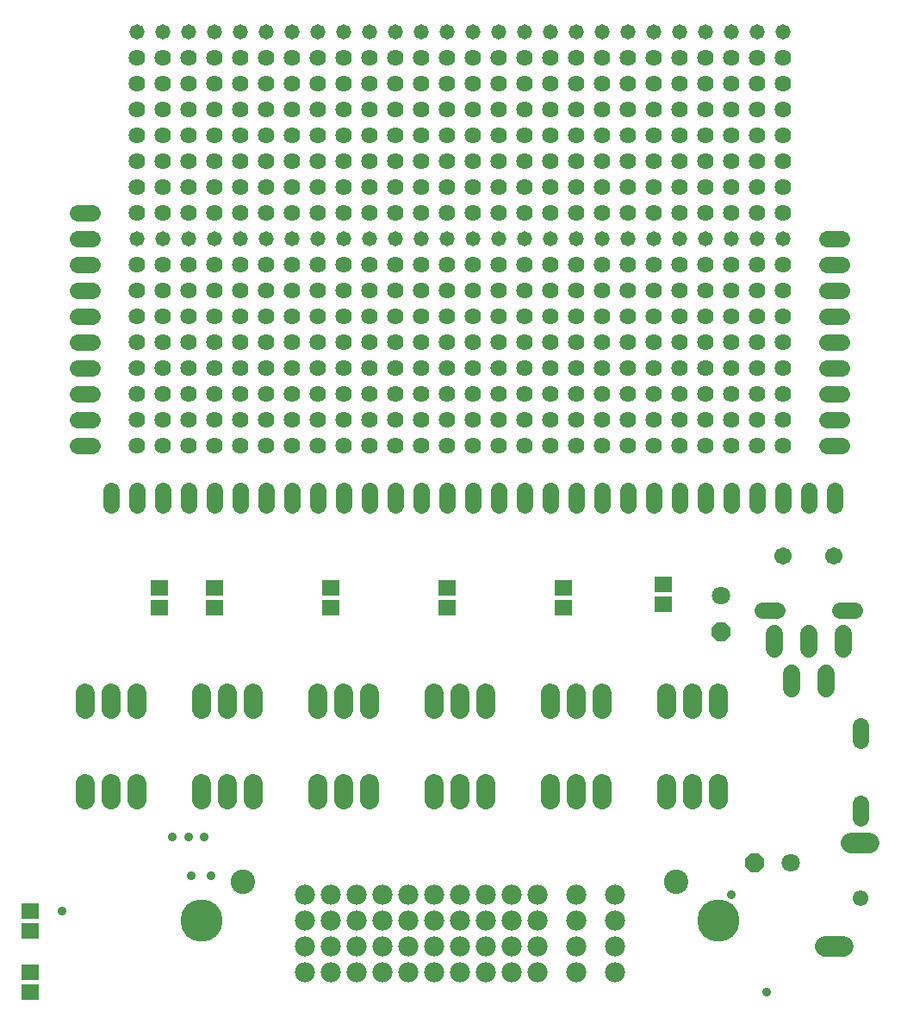
<source format=gts>
G75*
%MOIN*%
%OFA0B0*%
%FSLAX25Y25*%
%IPPOS*%
%LPD*%
%AMOC8*
5,1,8,0,0,1.08239X$1,22.5*
%
%ADD10R,0.06706X0.05918*%
%ADD11OC8,0.07100*%
%ADD12C,0.07100*%
%ADD13C,0.07900*%
%ADD14C,0.06400*%
%ADD15C,0.06743*%
%ADD16C,0.06743*%
%ADD17C,0.07200*%
%ADD18C,0.16350*%
%ADD19C,0.09461*%
%ADD20C,0.07800*%
%ADD21C,0.03578*%
%ADD22C,0.05800*%
%ADD23C,0.06400*%
%ADD24C,0.06115*%
D10*
X0020350Y0047924D03*
X0020350Y0055404D03*
X0020350Y0071674D03*
X0020350Y0079154D03*
X0070350Y0196674D03*
X0070350Y0204154D03*
X0091600Y0204154D03*
X0091600Y0196674D03*
X0136600Y0196674D03*
X0136600Y0204154D03*
X0181600Y0204154D03*
X0181600Y0196674D03*
X0226600Y0196674D03*
X0226600Y0204154D03*
X0265350Y0205404D03*
X0265350Y0197924D03*
D11*
X0287850Y0187164D03*
X0300850Y0097914D03*
D12*
X0314850Y0097914D03*
X0287850Y0201164D03*
D13*
X0338050Y0105414D02*
X0345150Y0105414D01*
X0335150Y0065414D02*
X0328050Y0065414D01*
D14*
X0341600Y0115114D02*
X0341600Y0120714D01*
X0341600Y0145114D02*
X0341600Y0150714D01*
X0339400Y0195414D02*
X0333800Y0195414D01*
X0309400Y0195414D02*
X0303800Y0195414D01*
X0301600Y0236364D02*
X0301600Y0241964D01*
X0291600Y0241964D02*
X0291600Y0236364D01*
X0281600Y0236364D02*
X0281600Y0241964D01*
X0271600Y0241964D02*
X0271600Y0236364D01*
X0261600Y0236364D02*
X0261600Y0241964D01*
X0251600Y0241964D02*
X0251600Y0236364D01*
X0241600Y0236364D02*
X0241600Y0241964D01*
X0231600Y0241964D02*
X0231600Y0236364D01*
X0221600Y0236364D02*
X0221600Y0241964D01*
X0211600Y0241964D02*
X0211600Y0236364D01*
X0201600Y0236364D02*
X0201600Y0241964D01*
X0191600Y0241964D02*
X0191600Y0236364D01*
X0181600Y0236364D02*
X0181600Y0241964D01*
X0171600Y0241964D02*
X0171600Y0236364D01*
X0161600Y0236364D02*
X0161600Y0241964D01*
X0151600Y0241964D02*
X0151600Y0236364D01*
X0141600Y0236364D02*
X0141600Y0241964D01*
X0131600Y0241964D02*
X0131600Y0236364D01*
X0121600Y0236364D02*
X0121600Y0241964D01*
X0111600Y0241964D02*
X0111600Y0236364D01*
X0101600Y0236364D02*
X0101600Y0241964D01*
X0091600Y0241964D02*
X0091600Y0236364D01*
X0081600Y0236364D02*
X0081600Y0241964D01*
X0071600Y0241964D02*
X0071600Y0236364D01*
X0061600Y0236364D02*
X0061600Y0241964D01*
X0051600Y0241964D02*
X0051600Y0236364D01*
X0044400Y0259164D02*
X0038800Y0259164D01*
X0038800Y0269164D02*
X0044400Y0269164D01*
X0044400Y0279164D02*
X0038800Y0279164D01*
X0038800Y0289164D02*
X0044400Y0289164D01*
X0044400Y0299164D02*
X0038800Y0299164D01*
X0038800Y0309164D02*
X0044400Y0309164D01*
X0044400Y0319164D02*
X0038800Y0319164D01*
X0038800Y0329164D02*
X0044400Y0329164D01*
X0044400Y0339164D02*
X0038800Y0339164D01*
X0038800Y0349164D02*
X0044400Y0349164D01*
X0311600Y0241964D02*
X0311600Y0236364D01*
X0321600Y0236364D02*
X0321600Y0241964D01*
X0331600Y0241964D02*
X0331600Y0236364D01*
X0334400Y0259164D02*
X0328800Y0259164D01*
X0328800Y0269164D02*
X0334400Y0269164D01*
X0334400Y0279164D02*
X0328800Y0279164D01*
X0328800Y0289164D02*
X0334400Y0289164D01*
X0334400Y0299164D02*
X0328800Y0299164D01*
X0328800Y0309164D02*
X0334400Y0309164D01*
X0334400Y0319164D02*
X0328800Y0319164D01*
X0328800Y0329164D02*
X0334400Y0329164D01*
X0334400Y0339164D02*
X0328800Y0339164D01*
D15*
X0334986Y0186456D02*
X0334986Y0180513D01*
X0328293Y0171102D02*
X0328293Y0165159D01*
X0314907Y0165159D02*
X0314907Y0171102D01*
X0308214Y0180513D02*
X0308214Y0186456D01*
X0321600Y0186456D02*
X0321600Y0180513D01*
D16*
X0311757Y0216664D03*
X0331443Y0216664D03*
D17*
X0286600Y0163614D02*
X0286600Y0157214D01*
X0276600Y0157214D02*
X0276600Y0163614D01*
X0266600Y0163614D02*
X0266600Y0157214D01*
X0241600Y0157214D02*
X0241600Y0163614D01*
X0231600Y0163614D02*
X0231600Y0157214D01*
X0221600Y0157214D02*
X0221600Y0163614D01*
X0196600Y0163614D02*
X0196600Y0157214D01*
X0186600Y0157214D02*
X0186600Y0163614D01*
X0176600Y0163614D02*
X0176600Y0157214D01*
X0176600Y0128614D02*
X0176600Y0122214D01*
X0186600Y0122214D02*
X0186600Y0128614D01*
X0196600Y0128614D02*
X0196600Y0122214D01*
X0221600Y0122214D02*
X0221600Y0128614D01*
X0231600Y0128614D02*
X0231600Y0122214D01*
X0241600Y0122214D02*
X0241600Y0128614D01*
X0266600Y0128614D02*
X0266600Y0122214D01*
X0276600Y0122214D02*
X0276600Y0128614D01*
X0286600Y0128614D02*
X0286600Y0122214D01*
X0151600Y0122214D02*
X0151600Y0128614D01*
X0141600Y0128614D02*
X0141600Y0122214D01*
X0131600Y0122214D02*
X0131600Y0128614D01*
X0131600Y0157214D02*
X0131600Y0163614D01*
X0141600Y0163614D02*
X0141600Y0157214D01*
X0151600Y0157214D02*
X0151600Y0163614D01*
X0106600Y0163614D02*
X0106600Y0157214D01*
X0096600Y0157214D02*
X0096600Y0163614D01*
X0086600Y0163614D02*
X0086600Y0157214D01*
X0061600Y0157214D02*
X0061600Y0163614D01*
X0051600Y0163614D02*
X0051600Y0157214D01*
X0041600Y0157214D02*
X0041600Y0163614D01*
X0041600Y0128614D02*
X0041600Y0122214D01*
X0051600Y0122214D02*
X0051600Y0128614D01*
X0061600Y0128614D02*
X0061600Y0122214D01*
X0086600Y0122214D02*
X0086600Y0128614D01*
X0096600Y0128614D02*
X0096600Y0122214D01*
X0106600Y0122214D02*
X0106600Y0128614D01*
D18*
X0086600Y0075414D03*
X0286600Y0075414D03*
D19*
X0270350Y0090414D03*
X0102850Y0090414D03*
D20*
X0126600Y0085414D03*
X0136600Y0085414D03*
X0136600Y0075414D03*
X0126600Y0075414D03*
X0126600Y0065414D03*
X0136600Y0065414D03*
X0136600Y0055414D03*
X0126600Y0055414D03*
X0146600Y0055414D03*
X0146600Y0065414D03*
X0146600Y0075414D03*
X0146600Y0085414D03*
X0156600Y0085414D03*
X0156600Y0075414D03*
X0156600Y0065414D03*
X0156600Y0055414D03*
X0166600Y0055414D03*
X0166600Y0065414D03*
X0166600Y0075414D03*
X0166600Y0085414D03*
X0176600Y0085414D03*
X0186600Y0085414D03*
X0186600Y0075414D03*
X0176600Y0075414D03*
X0176600Y0065414D03*
X0186600Y0065414D03*
X0186600Y0055414D03*
X0176600Y0055414D03*
X0196600Y0055414D03*
X0196600Y0065414D03*
X0196600Y0075414D03*
X0196600Y0085414D03*
X0206600Y0085414D03*
X0206600Y0075414D03*
X0206600Y0065414D03*
X0206600Y0055414D03*
X0216600Y0055414D03*
X0216600Y0065414D03*
X0216600Y0075414D03*
X0216600Y0085414D03*
X0231600Y0085414D03*
X0231600Y0075414D03*
X0231600Y0065414D03*
X0231600Y0055414D03*
X0246600Y0055414D03*
X0246600Y0065414D03*
X0246600Y0075414D03*
X0246600Y0085414D03*
D21*
X0291600Y0085414D03*
X0305350Y0047914D03*
X0090350Y0092914D03*
X0082850Y0092914D03*
X0081600Y0107914D03*
X0087850Y0107914D03*
X0075350Y0107914D03*
X0032840Y0079174D03*
D22*
X0061600Y0339164D03*
X0071600Y0339164D03*
X0081600Y0339164D03*
X0091600Y0339164D03*
X0101600Y0339164D03*
X0111600Y0339164D03*
X0121600Y0339164D03*
X0131600Y0339164D03*
X0141600Y0339164D03*
X0151600Y0339164D03*
X0161600Y0339164D03*
X0171600Y0339164D03*
X0181600Y0339164D03*
X0191600Y0339164D03*
X0201600Y0339164D03*
X0211600Y0339164D03*
X0221600Y0339164D03*
X0231600Y0339164D03*
X0241600Y0339164D03*
X0251600Y0339164D03*
X0261600Y0339164D03*
X0271600Y0339164D03*
X0281600Y0339164D03*
X0291600Y0339164D03*
X0301600Y0339164D03*
X0311600Y0339164D03*
X0311600Y0419164D03*
X0301600Y0419164D03*
X0291600Y0419164D03*
X0281600Y0419164D03*
X0271600Y0419164D03*
X0261600Y0419164D03*
X0251600Y0419164D03*
X0241600Y0419164D03*
X0231600Y0419164D03*
X0221600Y0419164D03*
X0211600Y0419164D03*
X0201600Y0419164D03*
X0191600Y0419164D03*
X0181600Y0419164D03*
X0171600Y0419164D03*
X0161600Y0419164D03*
X0151600Y0419164D03*
X0141600Y0419164D03*
X0131600Y0419164D03*
X0121600Y0419164D03*
X0111600Y0419164D03*
X0101600Y0419164D03*
X0091600Y0419164D03*
X0081600Y0419164D03*
X0071600Y0419164D03*
X0061600Y0419164D03*
D23*
X0061600Y0409164D03*
X0071600Y0409164D03*
X0071600Y0399164D03*
X0061600Y0399164D03*
X0061600Y0389164D03*
X0071600Y0389164D03*
X0081600Y0389164D03*
X0081600Y0399164D03*
X0081600Y0409164D03*
X0091600Y0409164D03*
X0091600Y0399164D03*
X0091600Y0389164D03*
X0101600Y0389164D03*
X0101600Y0399164D03*
X0101600Y0409164D03*
X0111600Y0409164D03*
X0121600Y0409164D03*
X0121600Y0399164D03*
X0111600Y0399164D03*
X0111600Y0389164D03*
X0121600Y0389164D03*
X0131600Y0389164D03*
X0131600Y0399164D03*
X0131600Y0409164D03*
X0141600Y0409164D03*
X0141600Y0399164D03*
X0141600Y0389164D03*
X0151600Y0389164D03*
X0151600Y0399164D03*
X0151600Y0409164D03*
X0161600Y0409164D03*
X0171600Y0409164D03*
X0171600Y0399164D03*
X0161600Y0399164D03*
X0161600Y0389164D03*
X0171600Y0389164D03*
X0181600Y0389164D03*
X0181600Y0399164D03*
X0181600Y0409164D03*
X0191600Y0409164D03*
X0201600Y0409164D03*
X0201600Y0399164D03*
X0191600Y0399164D03*
X0191600Y0389164D03*
X0201600Y0389164D03*
X0211600Y0389164D03*
X0211600Y0399164D03*
X0211600Y0409164D03*
X0221600Y0409164D03*
X0221600Y0399164D03*
X0221600Y0389164D03*
X0231600Y0389164D03*
X0231600Y0399164D03*
X0231600Y0409164D03*
X0241600Y0409164D03*
X0251600Y0409164D03*
X0251600Y0399164D03*
X0241600Y0399164D03*
X0241600Y0389164D03*
X0251600Y0389164D03*
X0261600Y0389164D03*
X0261600Y0399164D03*
X0261600Y0409164D03*
X0271600Y0409164D03*
X0271600Y0399164D03*
X0271600Y0389164D03*
X0281600Y0389164D03*
X0281600Y0399164D03*
X0281600Y0409164D03*
X0291600Y0409164D03*
X0301600Y0409164D03*
X0301600Y0399164D03*
X0291600Y0399164D03*
X0291600Y0389164D03*
X0301600Y0389164D03*
X0311600Y0389164D03*
X0311600Y0399164D03*
X0311600Y0409164D03*
X0311600Y0379164D03*
X0311600Y0369164D03*
X0311600Y0359164D03*
X0311600Y0349164D03*
X0301600Y0349164D03*
X0301600Y0359164D03*
X0301600Y0369164D03*
X0301600Y0379164D03*
X0291600Y0379164D03*
X0291600Y0369164D03*
X0291600Y0359164D03*
X0291600Y0349164D03*
X0281600Y0349164D03*
X0281600Y0359164D03*
X0281600Y0369164D03*
X0281600Y0379164D03*
X0271600Y0379164D03*
X0261600Y0379164D03*
X0261600Y0369164D03*
X0271600Y0369164D03*
X0271600Y0359164D03*
X0261600Y0359164D03*
X0261600Y0349164D03*
X0271600Y0349164D03*
X0271600Y0329164D03*
X0261600Y0329164D03*
X0251600Y0329164D03*
X0241600Y0329164D03*
X0231600Y0329164D03*
X0221600Y0329164D03*
X0211600Y0329164D03*
X0201600Y0329164D03*
X0191600Y0329164D03*
X0181600Y0329164D03*
X0171600Y0329164D03*
X0161600Y0329164D03*
X0151600Y0329164D03*
X0141600Y0329164D03*
X0131600Y0329164D03*
X0121600Y0329164D03*
X0111600Y0329164D03*
X0101600Y0329164D03*
X0091600Y0329164D03*
X0081600Y0329164D03*
X0071600Y0329164D03*
X0061600Y0329164D03*
X0061600Y0319164D03*
X0071600Y0319164D03*
X0071600Y0309164D03*
X0061600Y0309164D03*
X0061600Y0299164D03*
X0071600Y0299164D03*
X0071600Y0289164D03*
X0061600Y0289164D03*
X0061600Y0279164D03*
X0071600Y0279164D03*
X0081600Y0279164D03*
X0081600Y0289164D03*
X0081600Y0299164D03*
X0081600Y0309164D03*
X0081600Y0319164D03*
X0091600Y0319164D03*
X0091600Y0309164D03*
X0091600Y0299164D03*
X0091600Y0289164D03*
X0091600Y0279164D03*
X0101600Y0279164D03*
X0101600Y0289164D03*
X0101600Y0299164D03*
X0101600Y0309164D03*
X0101600Y0319164D03*
X0111600Y0319164D03*
X0121600Y0319164D03*
X0121600Y0309164D03*
X0111600Y0309164D03*
X0111600Y0299164D03*
X0121600Y0299164D03*
X0121600Y0289164D03*
X0111600Y0289164D03*
X0111600Y0279164D03*
X0121600Y0279164D03*
X0131600Y0279164D03*
X0131600Y0289164D03*
X0131600Y0299164D03*
X0131600Y0309164D03*
X0131600Y0319164D03*
X0141600Y0319164D03*
X0141600Y0309164D03*
X0141600Y0299164D03*
X0141600Y0289164D03*
X0141600Y0279164D03*
X0151600Y0279164D03*
X0151600Y0289164D03*
X0151600Y0299164D03*
X0151600Y0309164D03*
X0151600Y0319164D03*
X0161600Y0319164D03*
X0171600Y0319164D03*
X0171600Y0309164D03*
X0161600Y0309164D03*
X0161600Y0299164D03*
X0171600Y0299164D03*
X0171600Y0289164D03*
X0161600Y0289164D03*
X0161600Y0279164D03*
X0171600Y0279164D03*
X0181600Y0279164D03*
X0181600Y0289164D03*
X0181600Y0299164D03*
X0181600Y0309164D03*
X0181600Y0319164D03*
X0191600Y0319164D03*
X0201600Y0319164D03*
X0201600Y0309164D03*
X0191600Y0309164D03*
X0191600Y0299164D03*
X0201600Y0299164D03*
X0201600Y0289164D03*
X0191600Y0289164D03*
X0191600Y0279164D03*
X0201600Y0279164D03*
X0211600Y0279164D03*
X0211600Y0289164D03*
X0211600Y0299164D03*
X0211600Y0309164D03*
X0211600Y0319164D03*
X0221600Y0319164D03*
X0221600Y0309164D03*
X0221600Y0299164D03*
X0221600Y0289164D03*
X0221600Y0279164D03*
X0231600Y0279164D03*
X0231600Y0289164D03*
X0231600Y0299164D03*
X0231600Y0309164D03*
X0231600Y0319164D03*
X0241600Y0319164D03*
X0251600Y0319164D03*
X0251600Y0309164D03*
X0241600Y0309164D03*
X0241600Y0299164D03*
X0251600Y0299164D03*
X0251600Y0289164D03*
X0241600Y0289164D03*
X0241600Y0279164D03*
X0251600Y0279164D03*
X0261600Y0279164D03*
X0261600Y0289164D03*
X0261600Y0299164D03*
X0261600Y0309164D03*
X0261600Y0319164D03*
X0271600Y0319164D03*
X0271600Y0309164D03*
X0271600Y0299164D03*
X0271600Y0289164D03*
X0271600Y0279164D03*
X0281600Y0279164D03*
X0281600Y0289164D03*
X0281600Y0299164D03*
X0281600Y0309164D03*
X0281600Y0319164D03*
X0281600Y0329164D03*
X0291600Y0329164D03*
X0301600Y0329164D03*
X0311600Y0329164D03*
X0311600Y0319164D03*
X0311600Y0309164D03*
X0311600Y0299164D03*
X0311600Y0289164D03*
X0311600Y0279164D03*
X0301600Y0279164D03*
X0301600Y0289164D03*
X0301600Y0299164D03*
X0301600Y0309164D03*
X0301600Y0319164D03*
X0291600Y0319164D03*
X0291600Y0309164D03*
X0291600Y0299164D03*
X0291600Y0289164D03*
X0291600Y0279164D03*
X0291600Y0269164D03*
X0301600Y0269164D03*
X0301600Y0259164D03*
X0291600Y0259164D03*
X0281600Y0259164D03*
X0281600Y0269164D03*
X0271600Y0269164D03*
X0261600Y0269164D03*
X0261600Y0259164D03*
X0271600Y0259164D03*
X0251600Y0259164D03*
X0251600Y0269164D03*
X0241600Y0269164D03*
X0241600Y0259164D03*
X0231600Y0259164D03*
X0231600Y0269164D03*
X0221600Y0269164D03*
X0211600Y0269164D03*
X0211600Y0259164D03*
X0221600Y0259164D03*
X0201600Y0259164D03*
X0201600Y0269164D03*
X0191600Y0269164D03*
X0191600Y0259164D03*
X0181600Y0259164D03*
X0181600Y0269164D03*
X0171600Y0269164D03*
X0161600Y0269164D03*
X0161600Y0259164D03*
X0171600Y0259164D03*
X0151600Y0259164D03*
X0151600Y0269164D03*
X0141600Y0269164D03*
X0131600Y0269164D03*
X0131600Y0259164D03*
X0141600Y0259164D03*
X0121600Y0259164D03*
X0121600Y0269164D03*
X0111600Y0269164D03*
X0111600Y0259164D03*
X0101600Y0259164D03*
X0101600Y0269164D03*
X0091600Y0269164D03*
X0081600Y0269164D03*
X0081600Y0259164D03*
X0091600Y0259164D03*
X0071600Y0259164D03*
X0071600Y0269164D03*
X0061600Y0269164D03*
X0061600Y0259164D03*
X0061600Y0349164D03*
X0061600Y0359164D03*
X0061600Y0369164D03*
X0061600Y0379164D03*
X0071600Y0379164D03*
X0071600Y0369164D03*
X0071600Y0359164D03*
X0071600Y0349164D03*
X0081600Y0349164D03*
X0081600Y0359164D03*
X0081600Y0369164D03*
X0081600Y0379164D03*
X0091600Y0379164D03*
X0091600Y0369164D03*
X0091600Y0359164D03*
X0091600Y0349164D03*
X0101600Y0349164D03*
X0101600Y0359164D03*
X0101600Y0369164D03*
X0101600Y0379164D03*
X0111600Y0379164D03*
X0121600Y0379164D03*
X0121600Y0369164D03*
X0111600Y0369164D03*
X0111600Y0359164D03*
X0121600Y0359164D03*
X0121600Y0349164D03*
X0111600Y0349164D03*
X0131600Y0349164D03*
X0131600Y0359164D03*
X0131600Y0369164D03*
X0131600Y0379164D03*
X0141600Y0379164D03*
X0141600Y0369164D03*
X0141600Y0359164D03*
X0141600Y0349164D03*
X0151600Y0349164D03*
X0151600Y0359164D03*
X0151600Y0369164D03*
X0151600Y0379164D03*
X0161600Y0379164D03*
X0171600Y0379164D03*
X0171600Y0369164D03*
X0161600Y0369164D03*
X0161600Y0359164D03*
X0171600Y0359164D03*
X0171600Y0349164D03*
X0161600Y0349164D03*
X0181600Y0349164D03*
X0181600Y0359164D03*
X0181600Y0369164D03*
X0181600Y0379164D03*
X0191600Y0379164D03*
X0201600Y0379164D03*
X0201600Y0369164D03*
X0191600Y0369164D03*
X0191600Y0359164D03*
X0201600Y0359164D03*
X0201600Y0349164D03*
X0191600Y0349164D03*
X0211600Y0349164D03*
X0211600Y0359164D03*
X0211600Y0369164D03*
X0211600Y0379164D03*
X0221600Y0379164D03*
X0221600Y0369164D03*
X0221600Y0359164D03*
X0221600Y0349164D03*
X0231600Y0349164D03*
X0231600Y0359164D03*
X0231600Y0369164D03*
X0231600Y0379164D03*
X0241600Y0379164D03*
X0251600Y0379164D03*
X0251600Y0369164D03*
X0241600Y0369164D03*
X0241600Y0359164D03*
X0251600Y0359164D03*
X0251600Y0349164D03*
X0241600Y0349164D03*
X0311600Y0269164D03*
X0311600Y0259164D03*
D24*
X0341600Y0084164D03*
M02*

</source>
